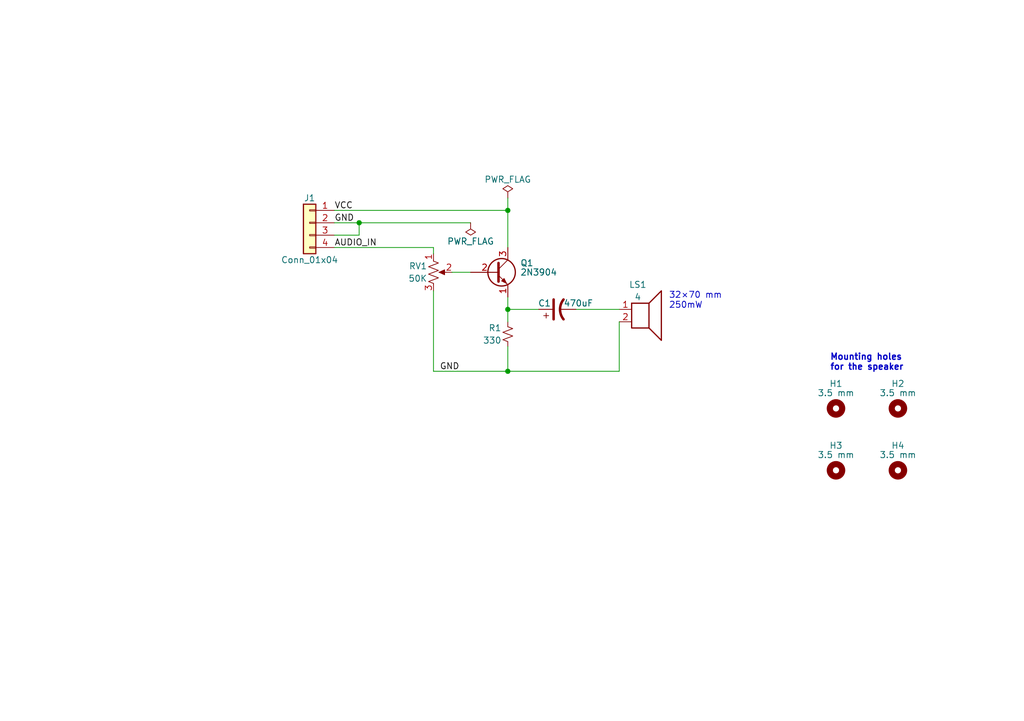
<source format=kicad_sch>
(kicad_sch (version 20230121) (generator eeschema)
  (paper "A5")
  (title_block (title "Simple audio out") (date "2024-09-01") (rev "1.0.0") (company "Sporniket") (comment 3 "https://github.com/sporniket/simple-audio-out.git") (comment 4 "original repository"))
  (lib_symbols
    (symbol "Connector_Generic:Conn_01x04" (pin_names (offset 1.016) hide)
      (property "Reference" "J" (at 0 5.08 0))
      (property "Value" "Conn_01x04" (at 0 -7.62 0))
      (symbol "Conn_01x04_1_1"
        (rectangle (start -1.27 -4.953) (end 0 -5.207) (stroke (width 0.1524)))
        (rectangle (start -1.27 -2.413) (end 0 -2.667) (stroke (width 0.1524)))
        (rectangle (start -1.27 0.127) (end 0 -0.127) (stroke (width 0.1524)))
        (rectangle (start -1.27 2.667) (end 0 2.413) (stroke (width 0.1524)))
        (rectangle (start -1.27 3.81) (end 1.27 -6.35) (stroke (width 0.254)) (fill (type background)))
        (pin passive line (at -5.08 2.54 0) (length 3.81) (name "Pin_1") (number "1"))
        (pin passive line (at -5.08 0 0) (length 3.81) (name "Pin_2") (number "2"))
        (pin passive line (at -5.08 -2.54 0) (length 3.81) (name "Pin_3") (number "3"))
        (pin passive line (at -5.08 -5.08 0) (length 3.81) (name "Pin_4") (number "4"))
      )
    )
    (symbol "Device:C_Polarized_US" (pin_numbers hide) (pin_names (offset 0.254) hide)
      (property "Reference" "C" (at 0.635 2.54 0))
      (property "Value" "C_Polarized_US" (at 0.635 -2.54 0))
      (symbol "C_Polarized_US_0_1"
        (polyline (pts (xy -2.032 0.762) (xy 2.032 0.762)) (stroke (width 0.508)))
        (polyline (pts (xy -1.778 2.286) (xy -0.762 2.286)))
        (polyline (pts (xy -1.27 1.778) (xy -1.27 2.794)))
        (arc (start 2.032 -1.27) (mid 0 -0.5572) (end -2.032 -1.27) (stroke (width 0.508)))
      )
      (symbol "C_Polarized_US_1_1"
        (pin passive line (at 0 3.81 270) (length 2.794) (name "~") (number "1"))
        (pin passive line (at 0 -3.81 90) (length 3.302) (name "~") (number "2"))
      )
    )
    (symbol "Device:R_Potentiometer_US" (pin_names (offset 1.016) hide)
      (property "Reference" "RV" (at -4.445 0 90))
      (property "Value" "R_Potentiometer_US" (at -2.54 0 90))
      (symbol "R_Potentiometer_US_0_1"
        (polyline (pts (xy 0 -2.286) (xy 0 -2.54)))
        (polyline (pts (xy 0 2.54) (xy 0 2.286)))
        (polyline (pts (xy 2.54 0) (xy 1.524 0)))
        (polyline (pts (xy 1.143 0) (xy 2.286 0.508) (xy 2.286 -0.508) (xy 1.143 0)) (fill (type outline)))
        (polyline (pts (xy 0 -0.762) (xy 1.016 -1.143) (xy 0 -1.524) (xy -1.016 -1.905) (xy 0 -2.286)))
        (polyline (pts (xy 0 0.762) (xy 1.016 0.381) (xy 0 0) (xy -1.016 -0.381) (xy 0 -0.762)))
        (polyline (pts (xy 0 2.286) (xy 1.016 1.905) (xy 0 1.524) (xy -1.016 1.143) (xy 0 0.762)))
      )
      (symbol "R_Potentiometer_US_1_1"
        (pin passive line (at 0 3.81 270) (length 1.27) (name "1") (number "1"))
        (pin passive line (at 3.81 0 180) (length 1.27) (name "2") (number "2"))
        (pin passive line (at 0 -3.81 90) (length 1.27) (name "3") (number "3"))
      )
    )
    (symbol "Device:R_Small_US" (pin_numbers hide) (pin_names (offset 0.254) hide)
      (property "Reference" "R" (at 0.762 0.508 0))
      (property "Value" "R_Small_US" (at 0.762 -1.016 0))
      (symbol "R_Small_US_1_1"
        (polyline (pts (xy 0 0) (xy 1.016 -0.381) (xy 0 -0.762) (xy -1.016 -1.143) (xy 0 -1.524)))
        (polyline (pts (xy 0 1.524) (xy 1.016 1.143) (xy 0 0.762) (xy -1.016 0.381) (xy 0 0)))
        (pin passive line (at 0 2.54 270) (length 1.016) (name "~") (number "1"))
        (pin passive line (at 0 -2.54 90) (length 1.016) (name "~") (number "2"))
      )
    )
    (symbol "Device:Speaker" (pin_names (offset 0) hide)
      (property "Reference" "LS" (at 1.27 5.715 0))
      (property "Value" "Speaker" (at 1.27 3.81 0))
      (symbol "Speaker_0_0"
        (rectangle (start -2.54 1.27) (end 1.016 -3.81) (stroke (width 0.254)))
        (polyline (pts (xy 1.016 1.27) (xy 3.556 3.81) (xy 3.556 -6.35) (xy 1.016 -3.81)) (stroke (width 0.254)))
      )
      (symbol "Speaker_1_1"
        (pin input line (at -5.08 0 0) (length 2.54) (name "1") (number "1"))
        (pin input line (at -5.08 -2.54 0) (length 2.54) (name "2") (number "2"))
      )
    )
    (symbol "Mechanical:MountingHole" (pin_names (offset 1.016))
      (property "Reference" "H" (at 0 5.08 0))
      (property "Value" "MountingHole" (at 0 3.175 0))
      (symbol "MountingHole_0_1"
        (circle (center 0 0) (radius 1.27) (stroke (width 1.27)))
      )
    )
    (symbol "Transistor_BJT:2N3904" (pin_names (offset 0) hide)
      (property "Reference" "Q" (at 5.08 1.905 0))
      (property "Value" "2N3904" (at 5.08 0 0))
      (symbol "2N3904_0_1"
        (polyline (pts (xy 0.635 0.635) (xy 2.54 2.54)))
        (polyline (pts (xy 0.635 -0.635) (xy 2.54 -2.54) (xy 2.54 -2.54)))
        (polyline (pts (xy 0.635 1.905) (xy 0.635 -1.905) (xy 0.635 -1.905)) (stroke (width 0.508)))
        (polyline (pts (xy 1.27 -1.778) (xy 1.778 -1.27) (xy 2.286 -2.286) (xy 1.27 -1.778) (xy 1.27 -1.778)) (fill (type outline)))
        (circle (center 1.27 0) (radius 2.8194) (stroke (width 0.254)))
      )
      (symbol "2N3904_1_1"
        (pin passive line (at 2.54 -5.08 90) (length 2.54) (name "E") (number "1"))
        (pin passive line (at -5.08 0 0) (length 5.715) (name "B") (number "2"))
        (pin passive line (at 2.54 5.08 270) (length 2.54) (name "C") (number "3"))
      )
    )
    (symbol "power:PWR_FLAG" (power) (pin_numbers hide) (pin_names (offset 0) hide)
      (property "Value" "PWR_FLAG" (at 0 3.81 0))
      (symbol "PWR_FLAG_0_0"
        (pin power_out line (at 0 0 90) (length 0) (name "pwr") (number "1"))
      )
      (symbol "PWR_FLAG_0_1"
        (polyline (pts (xy 0 0) (xy 0 1.27) (xy -1.016 1.905) (xy 0 2.54) (xy 1.016 1.905) (xy 0 1.27)))
      )
    )
  )
  (junction (at 104.14 43.18))
  (junction (at 104.14 63.5))
  (junction (at 73.66 45.72))
  (junction (at 104.14 76.2))
  (wire (pts (xy 104.14 60.96) (xy 104.14 63.5)))
  (wire (pts (xy 88.9 59.69) (xy 88.9 76.2)))
  (wire (pts (xy 104.14 71.12) (xy 104.14 76.2)))
  (wire (pts (xy 104.14 76.2) (xy 127 76.2)))
  (wire (pts (xy 73.66 48.26) (xy 73.66 45.72)))
  (wire (pts (xy 73.66 45.72) (xy 96.52 45.72)))
  (wire (pts (xy 104.14 63.5) (xy 110.49 63.5)))
  (wire (pts (xy 104.14 43.18) (xy 104.14 50.8)))
  (wire (pts (xy 92.71 55.88) (xy 96.52 55.88)))
  (wire (pts (xy 68.58 50.8) (xy 88.9 50.8)))
  (wire (pts (xy 127 66.04) (xy 127 76.2)))
  (wire (pts (xy 88.9 50.8) (xy 88.9 52.07)))
  (wire (pts (xy 118.11 63.5) (xy 127 63.5)))
  (wire (pts (xy 68.58 48.26) (xy 73.66 48.26)))
  (wire (pts (xy 88.9 76.2) (xy 104.14 76.2)))
  (wire (pts (xy 104.14 40.64) (xy 104.14 43.18)))
  (wire (pts (xy 104.14 63.5) (xy 104.14 66.04)))
  (wire (pts (xy 68.58 43.18) (xy 104.14 43.18)))
  (wire (pts (xy 68.58 45.72) (xy 73.66 45.72)))
  (text "Mounting holes\nfor the speaker" (at 170.18 76.2 0) (effects (font (size 1.27 1.27) (thickness 0.254) bold) (justify left bottom)))
  (text "32×70 mm \n250mW " (at 137.16 63.5 0) (effects (font (size 1.27 1.27)) (justify left bottom)))
  (label "GND" (at 90.17 76.2 0))
  (label "VCC" (at 68.58 43.18 0))
  (label "GND" (at 68.58 45.72 0))
  (label "AUDIO_IN" (at 68.58 50.8 0))
  (symbol (lib_id "power:PWR_FLAG") (at 96.52 45.72 180) (unit 1)
    (property "Reference" "#FLG02" (effects hide))
    (property "Value" "PWR_FLAG" (at 96.52 49.53 0))
  )
  (symbol (lib_id "Mechanical:MountingHole") (at 171.45 96.52 0) (unit 1)
    (property "Reference" "H3" (at 171.45 91.44 0))
    (property "Value" "3.5 mm" (at 171.45 93.345 0))
    (property "Footprint" "holes:MountingHole_3.5mm_room_1.5mm" (effects hide))
  )
  (symbol (lib_id "Device:R_Potentiometer_US") (at 88.9 55.88 0) (unit 1)
    (property "Reference" "RV1" (at 87.63 54.61 0) (effects (justify right)))
    (property "Value" "50K" (at 87.63 57.15 0) (effects (justify right)))
    (property "Footprint" "Potentiometer_THT:Potentiometer_Runtron_RM-065_Vertical" (effects hide))
  )
  (symbol (lib_id "power:PWR_FLAG") (at 104.14 40.64 0) (unit 1)
    (property "Reference" "#FLG01" (effects hide))
    (property "Value" "PWR_FLAG" (at 104.14 36.83 0))
  )
  (symbol (lib_id "Device:C_Polarized_US") (at 114.3 63.5 90) (unit 1)
    (property "Reference" "C1" (at 113.03 62.23 90) (effects (justify left)))
    (property "Value" "470uF" (at 115.57 62.23 90) (effects (justify right)))
    (property "Footprint" "Capacitor_THT:CP_Radial_D10.0mm_P3.80mm" (effects hide))
  )
  (symbol (lib_id "Transistor_BJT:2N3904") (at 101.6 55.88 0) (unit 1)
    (property "Reference" "Q1" (at 106.68 53.975 0) (effects (justify left)))
    (property "Value" "2N3904" (at 106.68 55.88 0) (effects (justify left)))
    (property "Footprint" "Package_TO_SOT_THT:TO-92_Inline_Wide" (effects hide))
    (property "Datasheet" "https://www.onsemi.com/pub/Collateral/2N3903-D.PDF" (effects hide))
  )
  (symbol (lib_id "Connector_Generic:Conn_01x04") (at 63.5 45.72 0) (mirror y) (unit 1)
    (property "Reference" "J1" (at 63.5 40.64 0))
    (property "Value" "Conn_01x04" (at 63.5 53.34 0))
    (property "Footprint" "Connector_PinHeader_2.54mm:PinHeader_1x04_P2.54mm_Horizontal" (effects hide))
  )
  (symbol (lib_id "Mechanical:MountingHole") (at 171.45 83.82 0) (unit 1)
    (property "Reference" "H1" (at 171.45 78.74 0))
    (property "Value" "3.5 mm" (at 171.45 80.645 0))
    (property "Footprint" "holes:MountingHole_3.5mm_room_1.5mm" (effects hide))
  )
  (symbol (lib_id "Device:R_Small_US") (at 104.14 68.58 0) (unit 1)
    (property "Reference" "R1" (at 102.87 67.31 0) (effects (justify right)))
    (property "Value" "330" (at 102.87 69.85 0) (effects (justify right)))
    (property "Footprint" "commons-passives_THT:Passive_THT_resistor_W2.54mm_L10.16mm" (effects hide))
  )
  (symbol (lib_id "Device:Speaker") (at 132.08 63.5 0) (unit 1)
    (property "Reference" "LS1" (at 130.81 58.42 0))
    (property "Value" "4" (at 130.81 60.96 0))
    (property "Footprint" "Connector_PinHeader_2.54mm:PinHeader_1x02_P2.54mm_Horizontal" (effects hide))
  )
  (symbol (lib_id "Mechanical:MountingHole") (at 184.15 83.82 0) (unit 1)
    (property "Reference" "H2" (at 184.15 78.74 0))
    (property "Value" "3.5 mm" (at 184.15 80.645 0))
    (property "Footprint" "MountingHole:MountingHole_3.5mm" (effects hide))
  )
  (symbol (lib_id "Mechanical:MountingHole") (at 184.15 96.52 0) (unit 1)
    (property "Reference" "H4" (at 184.15 91.44 0))
    (property "Value" "3.5 mm" (at 184.15 93.345 0))
    (property "Footprint" "MountingHole:MountingHole_3.5mm" (effects hide))
  )
)
</source>
